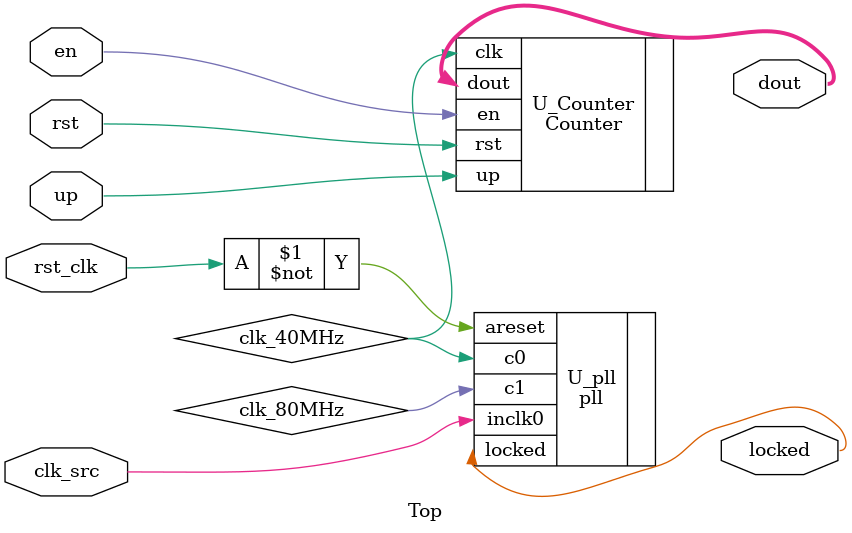
<source format=v>
`timescale 1ns/1ps

module Top (

dout,

clk_src,
rst_clk,
rst,
en, 
up,

//clk1,
//clk2,
locked

);

output	[7:0]	dout;

input	clk_src, rst_clk, rst, en, up;

//output  clk1, clk2;
output  locked;

wire    clk_40MHz, clk_80MHz;
wire    locked;


Counter  U_Counter ( 

.dout    (dout),

.clk     (clk_40MHz),
//.clk     (clk_src),
.rst     (rst),
.en      (en), 
.up      (up)

);


pll   U_pll (
	
//.areset   (~rst),
.areset   (~rst_clk),
.inclk0   (clk_src),
.c0       (clk_40MHz),
.c1       (clk_80MHz),
.locked   (locked)

);

//assign clk1=clk_40MHz;
//assign clk2=clk_80MHz;


endmodule







</source>
